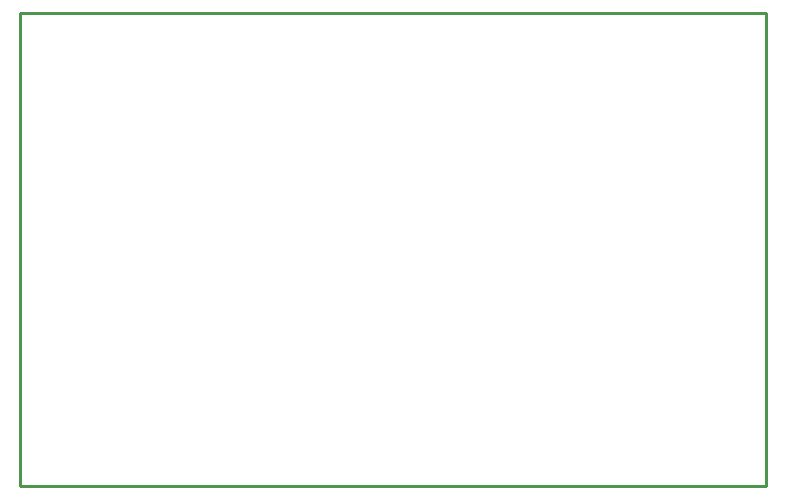
<source format=gbr>
G04 EAGLE Gerber RS-274X export*
G75*
%MOMM*%
%FSLAX34Y34*%
%LPD*%
%IN*%
%IPPOS*%
%AMOC8*
5,1,8,0,0,1.08239X$1,22.5*%
G01*
%ADD10C,0.254000*%


D10*
X0Y0D02*
X631700Y0D01*
X631700Y400000D01*
X0Y400000D01*
X0Y0D01*
M02*

</source>
